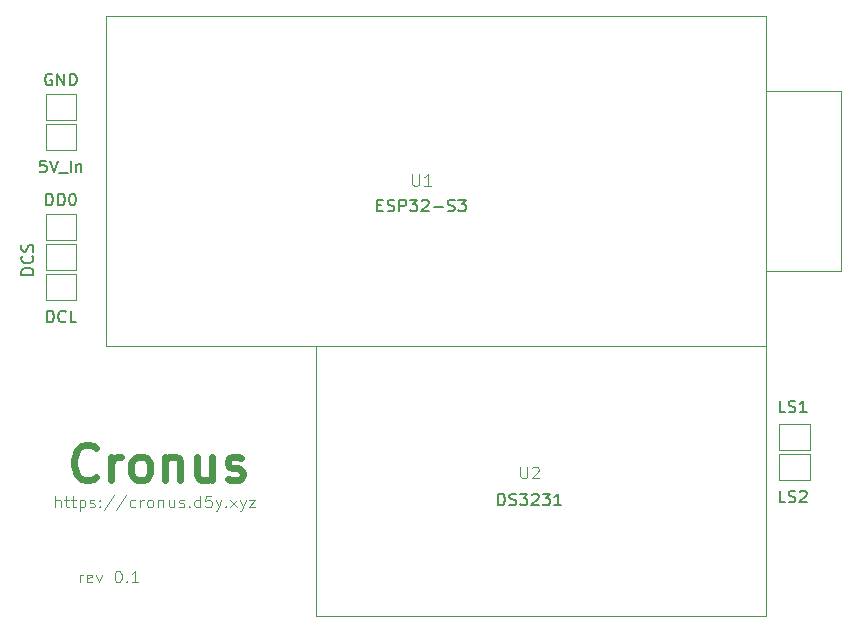
<source format=gbr>
%TF.GenerationSoftware,KiCad,Pcbnew,8.0.5*%
%TF.CreationDate,2024-11-03T12:28:22+02:00*%
%TF.ProjectId,Cronus,43726f6e-7573-42e6-9b69-6361645f7063,rev?*%
%TF.SameCoordinates,PX649cd60PY6c7aff0*%
%TF.FileFunction,Legend,Top*%
%TF.FilePolarity,Positive*%
%FSLAX46Y46*%
G04 Gerber Fmt 4.6, Leading zero omitted, Abs format (unit mm)*
G04 Created by KiCad (PCBNEW 8.0.5) date 2024-11-03 12:28:22*
%MOMM*%
%LPD*%
G01*
G04 APERTURE LIST*
%ADD10C,0.100000*%
%ADD11C,0.600000*%
%ADD12C,0.150000*%
%ADD13C,0.120000*%
G04 APERTURE END LIST*
D10*
X6691619Y2921581D02*
X6691619Y3588248D01*
X6691619Y3397772D02*
X6739238Y3493010D01*
X6739238Y3493010D02*
X6786857Y3540629D01*
X6786857Y3540629D02*
X6882095Y3588248D01*
X6882095Y3588248D02*
X6977333Y3588248D01*
X7691619Y2969200D02*
X7596381Y2921581D01*
X7596381Y2921581D02*
X7405905Y2921581D01*
X7405905Y2921581D02*
X7310667Y2969200D01*
X7310667Y2969200D02*
X7263048Y3064439D01*
X7263048Y3064439D02*
X7263048Y3445391D01*
X7263048Y3445391D02*
X7310667Y3540629D01*
X7310667Y3540629D02*
X7405905Y3588248D01*
X7405905Y3588248D02*
X7596381Y3588248D01*
X7596381Y3588248D02*
X7691619Y3540629D01*
X7691619Y3540629D02*
X7739238Y3445391D01*
X7739238Y3445391D02*
X7739238Y3350153D01*
X7739238Y3350153D02*
X7263048Y3254915D01*
X8072572Y3588248D02*
X8310667Y2921581D01*
X8310667Y2921581D02*
X8548762Y3588248D01*
X9882096Y3921581D02*
X9977334Y3921581D01*
X9977334Y3921581D02*
X10072572Y3873962D01*
X10072572Y3873962D02*
X10120191Y3826343D01*
X10120191Y3826343D02*
X10167810Y3731105D01*
X10167810Y3731105D02*
X10215429Y3540629D01*
X10215429Y3540629D02*
X10215429Y3302534D01*
X10215429Y3302534D02*
X10167810Y3112058D01*
X10167810Y3112058D02*
X10120191Y3016820D01*
X10120191Y3016820D02*
X10072572Y2969200D01*
X10072572Y2969200D02*
X9977334Y2921581D01*
X9977334Y2921581D02*
X9882096Y2921581D01*
X9882096Y2921581D02*
X9786858Y2969200D01*
X9786858Y2969200D02*
X9739239Y3016820D01*
X9739239Y3016820D02*
X9691620Y3112058D01*
X9691620Y3112058D02*
X9644001Y3302534D01*
X9644001Y3302534D02*
X9644001Y3540629D01*
X9644001Y3540629D02*
X9691620Y3731105D01*
X9691620Y3731105D02*
X9739239Y3826343D01*
X9739239Y3826343D02*
X9786858Y3873962D01*
X9786858Y3873962D02*
X9882096Y3921581D01*
X10644001Y3016820D02*
X10691620Y2969200D01*
X10691620Y2969200D02*
X10644001Y2921581D01*
X10644001Y2921581D02*
X10596382Y2969200D01*
X10596382Y2969200D02*
X10644001Y3016820D01*
X10644001Y3016820D02*
X10644001Y2921581D01*
X11644000Y2921581D02*
X11072572Y2921581D01*
X11358286Y2921581D02*
X11358286Y3921581D01*
X11358286Y3921581D02*
X11263048Y3778724D01*
X11263048Y3778724D02*
X11167810Y3683486D01*
X11167810Y3683486D02*
X11072572Y3635867D01*
D11*
X8049285Y11860058D02*
X7906428Y11717200D01*
X7906428Y11717200D02*
X7477856Y11574343D01*
X7477856Y11574343D02*
X7192142Y11574343D01*
X7192142Y11574343D02*
X6763571Y11717200D01*
X6763571Y11717200D02*
X6477856Y12002915D01*
X6477856Y12002915D02*
X6334999Y12288629D01*
X6334999Y12288629D02*
X6192142Y12860058D01*
X6192142Y12860058D02*
X6192142Y13288629D01*
X6192142Y13288629D02*
X6334999Y13860058D01*
X6334999Y13860058D02*
X6477856Y14145772D01*
X6477856Y14145772D02*
X6763571Y14431486D01*
X6763571Y14431486D02*
X7192142Y14574343D01*
X7192142Y14574343D02*
X7477856Y14574343D01*
X7477856Y14574343D02*
X7906428Y14431486D01*
X7906428Y14431486D02*
X8049285Y14288629D01*
X9334999Y11574343D02*
X9334999Y13574343D01*
X9334999Y13002915D02*
X9477856Y13288629D01*
X9477856Y13288629D02*
X9620714Y13431486D01*
X9620714Y13431486D02*
X9906428Y13574343D01*
X9906428Y13574343D02*
X10192142Y13574343D01*
X11620714Y11574343D02*
X11334999Y11717200D01*
X11334999Y11717200D02*
X11192142Y11860058D01*
X11192142Y11860058D02*
X11049285Y12145772D01*
X11049285Y12145772D02*
X11049285Y13002915D01*
X11049285Y13002915D02*
X11192142Y13288629D01*
X11192142Y13288629D02*
X11334999Y13431486D01*
X11334999Y13431486D02*
X11620714Y13574343D01*
X11620714Y13574343D02*
X12049285Y13574343D01*
X12049285Y13574343D02*
X12334999Y13431486D01*
X12334999Y13431486D02*
X12477857Y13288629D01*
X12477857Y13288629D02*
X12620714Y13002915D01*
X12620714Y13002915D02*
X12620714Y12145772D01*
X12620714Y12145772D02*
X12477857Y11860058D01*
X12477857Y11860058D02*
X12334999Y11717200D01*
X12334999Y11717200D02*
X12049285Y11574343D01*
X12049285Y11574343D02*
X11620714Y11574343D01*
X13906428Y13574343D02*
X13906428Y11574343D01*
X13906428Y13288629D02*
X14049285Y13431486D01*
X14049285Y13431486D02*
X14335000Y13574343D01*
X14335000Y13574343D02*
X14763571Y13574343D01*
X14763571Y13574343D02*
X15049285Y13431486D01*
X15049285Y13431486D02*
X15192143Y13145772D01*
X15192143Y13145772D02*
X15192143Y11574343D01*
X17906429Y13574343D02*
X17906429Y11574343D01*
X16620714Y13574343D02*
X16620714Y12002915D01*
X16620714Y12002915D02*
X16763571Y11717200D01*
X16763571Y11717200D02*
X17049286Y11574343D01*
X17049286Y11574343D02*
X17477857Y11574343D01*
X17477857Y11574343D02*
X17763571Y11717200D01*
X17763571Y11717200D02*
X17906429Y11860058D01*
X19192143Y11717200D02*
X19477857Y11574343D01*
X19477857Y11574343D02*
X20049286Y11574343D01*
X20049286Y11574343D02*
X20335000Y11717200D01*
X20335000Y11717200D02*
X20477857Y12002915D01*
X20477857Y12002915D02*
X20477857Y12145772D01*
X20477857Y12145772D02*
X20335000Y12431486D01*
X20335000Y12431486D02*
X20049286Y12574343D01*
X20049286Y12574343D02*
X19620715Y12574343D01*
X19620715Y12574343D02*
X19335000Y12717200D01*
X19335000Y12717200D02*
X19192143Y13002915D01*
X19192143Y13002915D02*
X19192143Y13145772D01*
X19192143Y13145772D02*
X19335000Y13431486D01*
X19335000Y13431486D02*
X19620715Y13574343D01*
X19620715Y13574343D02*
X20049286Y13574343D01*
X20049286Y13574343D02*
X20335000Y13431486D01*
D10*
X4621884Y9271581D02*
X4621884Y10271581D01*
X5050455Y9271581D02*
X5050455Y9795391D01*
X5050455Y9795391D02*
X5002836Y9890629D01*
X5002836Y9890629D02*
X4907598Y9938248D01*
X4907598Y9938248D02*
X4764741Y9938248D01*
X4764741Y9938248D02*
X4669503Y9890629D01*
X4669503Y9890629D02*
X4621884Y9843010D01*
X5383789Y9938248D02*
X5764741Y9938248D01*
X5526646Y10271581D02*
X5526646Y9414439D01*
X5526646Y9414439D02*
X5574265Y9319200D01*
X5574265Y9319200D02*
X5669503Y9271581D01*
X5669503Y9271581D02*
X5764741Y9271581D01*
X5955218Y9938248D02*
X6336170Y9938248D01*
X6098075Y10271581D02*
X6098075Y9414439D01*
X6098075Y9414439D02*
X6145694Y9319200D01*
X6145694Y9319200D02*
X6240932Y9271581D01*
X6240932Y9271581D02*
X6336170Y9271581D01*
X6669504Y9938248D02*
X6669504Y8938248D01*
X6669504Y9890629D02*
X6764742Y9938248D01*
X6764742Y9938248D02*
X6955218Y9938248D01*
X6955218Y9938248D02*
X7050456Y9890629D01*
X7050456Y9890629D02*
X7098075Y9843010D01*
X7098075Y9843010D02*
X7145694Y9747772D01*
X7145694Y9747772D02*
X7145694Y9462058D01*
X7145694Y9462058D02*
X7098075Y9366820D01*
X7098075Y9366820D02*
X7050456Y9319200D01*
X7050456Y9319200D02*
X6955218Y9271581D01*
X6955218Y9271581D02*
X6764742Y9271581D01*
X6764742Y9271581D02*
X6669504Y9319200D01*
X7526647Y9319200D02*
X7621885Y9271581D01*
X7621885Y9271581D02*
X7812361Y9271581D01*
X7812361Y9271581D02*
X7907599Y9319200D01*
X7907599Y9319200D02*
X7955218Y9414439D01*
X7955218Y9414439D02*
X7955218Y9462058D01*
X7955218Y9462058D02*
X7907599Y9557296D01*
X7907599Y9557296D02*
X7812361Y9604915D01*
X7812361Y9604915D02*
X7669504Y9604915D01*
X7669504Y9604915D02*
X7574266Y9652534D01*
X7574266Y9652534D02*
X7526647Y9747772D01*
X7526647Y9747772D02*
X7526647Y9795391D01*
X7526647Y9795391D02*
X7574266Y9890629D01*
X7574266Y9890629D02*
X7669504Y9938248D01*
X7669504Y9938248D02*
X7812361Y9938248D01*
X7812361Y9938248D02*
X7907599Y9890629D01*
X8383790Y9366820D02*
X8431409Y9319200D01*
X8431409Y9319200D02*
X8383790Y9271581D01*
X8383790Y9271581D02*
X8336171Y9319200D01*
X8336171Y9319200D02*
X8383790Y9366820D01*
X8383790Y9366820D02*
X8383790Y9271581D01*
X8383790Y9890629D02*
X8431409Y9843010D01*
X8431409Y9843010D02*
X8383790Y9795391D01*
X8383790Y9795391D02*
X8336171Y9843010D01*
X8336171Y9843010D02*
X8383790Y9890629D01*
X8383790Y9890629D02*
X8383790Y9795391D01*
X9574265Y10319200D02*
X8717123Y9033486D01*
X10621884Y10319200D02*
X9764742Y9033486D01*
X11383789Y9319200D02*
X11288551Y9271581D01*
X11288551Y9271581D02*
X11098075Y9271581D01*
X11098075Y9271581D02*
X11002837Y9319200D01*
X11002837Y9319200D02*
X10955218Y9366820D01*
X10955218Y9366820D02*
X10907599Y9462058D01*
X10907599Y9462058D02*
X10907599Y9747772D01*
X10907599Y9747772D02*
X10955218Y9843010D01*
X10955218Y9843010D02*
X11002837Y9890629D01*
X11002837Y9890629D02*
X11098075Y9938248D01*
X11098075Y9938248D02*
X11288551Y9938248D01*
X11288551Y9938248D02*
X11383789Y9890629D01*
X11812361Y9271581D02*
X11812361Y9938248D01*
X11812361Y9747772D02*
X11859980Y9843010D01*
X11859980Y9843010D02*
X11907599Y9890629D01*
X11907599Y9890629D02*
X12002837Y9938248D01*
X12002837Y9938248D02*
X12098075Y9938248D01*
X12574266Y9271581D02*
X12479028Y9319200D01*
X12479028Y9319200D02*
X12431409Y9366820D01*
X12431409Y9366820D02*
X12383790Y9462058D01*
X12383790Y9462058D02*
X12383790Y9747772D01*
X12383790Y9747772D02*
X12431409Y9843010D01*
X12431409Y9843010D02*
X12479028Y9890629D01*
X12479028Y9890629D02*
X12574266Y9938248D01*
X12574266Y9938248D02*
X12717123Y9938248D01*
X12717123Y9938248D02*
X12812361Y9890629D01*
X12812361Y9890629D02*
X12859980Y9843010D01*
X12859980Y9843010D02*
X12907599Y9747772D01*
X12907599Y9747772D02*
X12907599Y9462058D01*
X12907599Y9462058D02*
X12859980Y9366820D01*
X12859980Y9366820D02*
X12812361Y9319200D01*
X12812361Y9319200D02*
X12717123Y9271581D01*
X12717123Y9271581D02*
X12574266Y9271581D01*
X13336171Y9938248D02*
X13336171Y9271581D01*
X13336171Y9843010D02*
X13383790Y9890629D01*
X13383790Y9890629D02*
X13479028Y9938248D01*
X13479028Y9938248D02*
X13621885Y9938248D01*
X13621885Y9938248D02*
X13717123Y9890629D01*
X13717123Y9890629D02*
X13764742Y9795391D01*
X13764742Y9795391D02*
X13764742Y9271581D01*
X14669504Y9938248D02*
X14669504Y9271581D01*
X14240933Y9938248D02*
X14240933Y9414439D01*
X14240933Y9414439D02*
X14288552Y9319200D01*
X14288552Y9319200D02*
X14383790Y9271581D01*
X14383790Y9271581D02*
X14526647Y9271581D01*
X14526647Y9271581D02*
X14621885Y9319200D01*
X14621885Y9319200D02*
X14669504Y9366820D01*
X15098076Y9319200D02*
X15193314Y9271581D01*
X15193314Y9271581D02*
X15383790Y9271581D01*
X15383790Y9271581D02*
X15479028Y9319200D01*
X15479028Y9319200D02*
X15526647Y9414439D01*
X15526647Y9414439D02*
X15526647Y9462058D01*
X15526647Y9462058D02*
X15479028Y9557296D01*
X15479028Y9557296D02*
X15383790Y9604915D01*
X15383790Y9604915D02*
X15240933Y9604915D01*
X15240933Y9604915D02*
X15145695Y9652534D01*
X15145695Y9652534D02*
X15098076Y9747772D01*
X15098076Y9747772D02*
X15098076Y9795391D01*
X15098076Y9795391D02*
X15145695Y9890629D01*
X15145695Y9890629D02*
X15240933Y9938248D01*
X15240933Y9938248D02*
X15383790Y9938248D01*
X15383790Y9938248D02*
X15479028Y9890629D01*
X15955219Y9366820D02*
X16002838Y9319200D01*
X16002838Y9319200D02*
X15955219Y9271581D01*
X15955219Y9271581D02*
X15907600Y9319200D01*
X15907600Y9319200D02*
X15955219Y9366820D01*
X15955219Y9366820D02*
X15955219Y9271581D01*
X16859980Y9271581D02*
X16859980Y10271581D01*
X16859980Y9319200D02*
X16764742Y9271581D01*
X16764742Y9271581D02*
X16574266Y9271581D01*
X16574266Y9271581D02*
X16479028Y9319200D01*
X16479028Y9319200D02*
X16431409Y9366820D01*
X16431409Y9366820D02*
X16383790Y9462058D01*
X16383790Y9462058D02*
X16383790Y9747772D01*
X16383790Y9747772D02*
X16431409Y9843010D01*
X16431409Y9843010D02*
X16479028Y9890629D01*
X16479028Y9890629D02*
X16574266Y9938248D01*
X16574266Y9938248D02*
X16764742Y9938248D01*
X16764742Y9938248D02*
X16859980Y9890629D01*
X17812361Y10271581D02*
X17336171Y10271581D01*
X17336171Y10271581D02*
X17288552Y9795391D01*
X17288552Y9795391D02*
X17336171Y9843010D01*
X17336171Y9843010D02*
X17431409Y9890629D01*
X17431409Y9890629D02*
X17669504Y9890629D01*
X17669504Y9890629D02*
X17764742Y9843010D01*
X17764742Y9843010D02*
X17812361Y9795391D01*
X17812361Y9795391D02*
X17859980Y9700153D01*
X17859980Y9700153D02*
X17859980Y9462058D01*
X17859980Y9462058D02*
X17812361Y9366820D01*
X17812361Y9366820D02*
X17764742Y9319200D01*
X17764742Y9319200D02*
X17669504Y9271581D01*
X17669504Y9271581D02*
X17431409Y9271581D01*
X17431409Y9271581D02*
X17336171Y9319200D01*
X17336171Y9319200D02*
X17288552Y9366820D01*
X18193314Y9938248D02*
X18431409Y9271581D01*
X18669504Y9938248D02*
X18431409Y9271581D01*
X18431409Y9271581D02*
X18336171Y9033486D01*
X18336171Y9033486D02*
X18288552Y8985867D01*
X18288552Y8985867D02*
X18193314Y8938248D01*
X19050457Y9366820D02*
X19098076Y9319200D01*
X19098076Y9319200D02*
X19050457Y9271581D01*
X19050457Y9271581D02*
X19002838Y9319200D01*
X19002838Y9319200D02*
X19050457Y9366820D01*
X19050457Y9366820D02*
X19050457Y9271581D01*
X19431409Y9271581D02*
X19955218Y9938248D01*
X19431409Y9938248D02*
X19955218Y9271581D01*
X20240933Y9938248D02*
X20479028Y9271581D01*
X20717123Y9938248D02*
X20479028Y9271581D01*
X20479028Y9271581D02*
X20383790Y9033486D01*
X20383790Y9033486D02*
X20336171Y8985867D01*
X20336171Y8985867D02*
X20240933Y8938248D01*
X21002838Y9938248D02*
X21526647Y9938248D01*
X21526647Y9938248D02*
X21002838Y9271581D01*
X21002838Y9271581D02*
X21526647Y9271581D01*
D12*
X3913333Y24945181D02*
X3913333Y25945181D01*
X3913333Y25945181D02*
X4151428Y25945181D01*
X4151428Y25945181D02*
X4294285Y25897562D01*
X4294285Y25897562D02*
X4389523Y25802324D01*
X4389523Y25802324D02*
X4437142Y25707086D01*
X4437142Y25707086D02*
X4484761Y25516610D01*
X4484761Y25516610D02*
X4484761Y25373753D01*
X4484761Y25373753D02*
X4437142Y25183277D01*
X4437142Y25183277D02*
X4389523Y25088039D01*
X4389523Y25088039D02*
X4294285Y24992800D01*
X4294285Y24992800D02*
X4151428Y24945181D01*
X4151428Y24945181D02*
X3913333Y24945181D01*
X5484761Y25040420D02*
X5437142Y24992800D01*
X5437142Y24992800D02*
X5294285Y24945181D01*
X5294285Y24945181D02*
X5199047Y24945181D01*
X5199047Y24945181D02*
X5056190Y24992800D01*
X5056190Y24992800D02*
X4960952Y25088039D01*
X4960952Y25088039D02*
X4913333Y25183277D01*
X4913333Y25183277D02*
X4865714Y25373753D01*
X4865714Y25373753D02*
X4865714Y25516610D01*
X4865714Y25516610D02*
X4913333Y25707086D01*
X4913333Y25707086D02*
X4960952Y25802324D01*
X4960952Y25802324D02*
X5056190Y25897562D01*
X5056190Y25897562D02*
X5199047Y25945181D01*
X5199047Y25945181D02*
X5294285Y25945181D01*
X5294285Y25945181D02*
X5437142Y25897562D01*
X5437142Y25897562D02*
X5484761Y25849943D01*
X6389523Y24945181D02*
X5913333Y24945181D01*
X5913333Y24945181D02*
X5913333Y25945181D01*
D10*
X34838095Y37492581D02*
X34838095Y36683058D01*
X34838095Y36683058D02*
X34885714Y36587820D01*
X34885714Y36587820D02*
X34933333Y36540200D01*
X34933333Y36540200D02*
X35028571Y36492581D01*
X35028571Y36492581D02*
X35219047Y36492581D01*
X35219047Y36492581D02*
X35314285Y36540200D01*
X35314285Y36540200D02*
X35361904Y36587820D01*
X35361904Y36587820D02*
X35409523Y36683058D01*
X35409523Y36683058D02*
X35409523Y37492581D01*
X36409523Y36492581D02*
X35838095Y36492581D01*
X36123809Y36492581D02*
X36123809Y37492581D01*
X36123809Y37492581D02*
X36028571Y37349724D01*
X36028571Y37349724D02*
X35933333Y37254486D01*
X35933333Y37254486D02*
X35838095Y37206867D01*
D12*
X31885714Y34866991D02*
X32219047Y34866991D01*
X32361904Y34343181D02*
X31885714Y34343181D01*
X31885714Y34343181D02*
X31885714Y35343181D01*
X31885714Y35343181D02*
X32361904Y35343181D01*
X32742857Y34390800D02*
X32885714Y34343181D01*
X32885714Y34343181D02*
X33123809Y34343181D01*
X33123809Y34343181D02*
X33219047Y34390800D01*
X33219047Y34390800D02*
X33266666Y34438420D01*
X33266666Y34438420D02*
X33314285Y34533658D01*
X33314285Y34533658D02*
X33314285Y34628896D01*
X33314285Y34628896D02*
X33266666Y34724134D01*
X33266666Y34724134D02*
X33219047Y34771753D01*
X33219047Y34771753D02*
X33123809Y34819372D01*
X33123809Y34819372D02*
X32933333Y34866991D01*
X32933333Y34866991D02*
X32838095Y34914610D01*
X32838095Y34914610D02*
X32790476Y34962229D01*
X32790476Y34962229D02*
X32742857Y35057467D01*
X32742857Y35057467D02*
X32742857Y35152705D01*
X32742857Y35152705D02*
X32790476Y35247943D01*
X32790476Y35247943D02*
X32838095Y35295562D01*
X32838095Y35295562D02*
X32933333Y35343181D01*
X32933333Y35343181D02*
X33171428Y35343181D01*
X33171428Y35343181D02*
X33314285Y35295562D01*
X33742857Y34343181D02*
X33742857Y35343181D01*
X33742857Y35343181D02*
X34123809Y35343181D01*
X34123809Y35343181D02*
X34219047Y35295562D01*
X34219047Y35295562D02*
X34266666Y35247943D01*
X34266666Y35247943D02*
X34314285Y35152705D01*
X34314285Y35152705D02*
X34314285Y35009848D01*
X34314285Y35009848D02*
X34266666Y34914610D01*
X34266666Y34914610D02*
X34219047Y34866991D01*
X34219047Y34866991D02*
X34123809Y34819372D01*
X34123809Y34819372D02*
X33742857Y34819372D01*
X34647619Y35343181D02*
X35266666Y35343181D01*
X35266666Y35343181D02*
X34933333Y34962229D01*
X34933333Y34962229D02*
X35076190Y34962229D01*
X35076190Y34962229D02*
X35171428Y34914610D01*
X35171428Y34914610D02*
X35219047Y34866991D01*
X35219047Y34866991D02*
X35266666Y34771753D01*
X35266666Y34771753D02*
X35266666Y34533658D01*
X35266666Y34533658D02*
X35219047Y34438420D01*
X35219047Y34438420D02*
X35171428Y34390800D01*
X35171428Y34390800D02*
X35076190Y34343181D01*
X35076190Y34343181D02*
X34790476Y34343181D01*
X34790476Y34343181D02*
X34695238Y34390800D01*
X34695238Y34390800D02*
X34647619Y34438420D01*
X35647619Y35247943D02*
X35695238Y35295562D01*
X35695238Y35295562D02*
X35790476Y35343181D01*
X35790476Y35343181D02*
X36028571Y35343181D01*
X36028571Y35343181D02*
X36123809Y35295562D01*
X36123809Y35295562D02*
X36171428Y35247943D01*
X36171428Y35247943D02*
X36219047Y35152705D01*
X36219047Y35152705D02*
X36219047Y35057467D01*
X36219047Y35057467D02*
X36171428Y34914610D01*
X36171428Y34914610D02*
X35600000Y34343181D01*
X35600000Y34343181D02*
X36219047Y34343181D01*
X36647619Y34724134D02*
X37409524Y34724134D01*
X37838095Y34390800D02*
X37980952Y34343181D01*
X37980952Y34343181D02*
X38219047Y34343181D01*
X38219047Y34343181D02*
X38314285Y34390800D01*
X38314285Y34390800D02*
X38361904Y34438420D01*
X38361904Y34438420D02*
X38409523Y34533658D01*
X38409523Y34533658D02*
X38409523Y34628896D01*
X38409523Y34628896D02*
X38361904Y34724134D01*
X38361904Y34724134D02*
X38314285Y34771753D01*
X38314285Y34771753D02*
X38219047Y34819372D01*
X38219047Y34819372D02*
X38028571Y34866991D01*
X38028571Y34866991D02*
X37933333Y34914610D01*
X37933333Y34914610D02*
X37885714Y34962229D01*
X37885714Y34962229D02*
X37838095Y35057467D01*
X37838095Y35057467D02*
X37838095Y35152705D01*
X37838095Y35152705D02*
X37885714Y35247943D01*
X37885714Y35247943D02*
X37933333Y35295562D01*
X37933333Y35295562D02*
X38028571Y35343181D01*
X38028571Y35343181D02*
X38266666Y35343181D01*
X38266666Y35343181D02*
X38409523Y35295562D01*
X38742857Y35343181D02*
X39361904Y35343181D01*
X39361904Y35343181D02*
X39028571Y34962229D01*
X39028571Y34962229D02*
X39171428Y34962229D01*
X39171428Y34962229D02*
X39266666Y34914610D01*
X39266666Y34914610D02*
X39314285Y34866991D01*
X39314285Y34866991D02*
X39361904Y34771753D01*
X39361904Y34771753D02*
X39361904Y34533658D01*
X39361904Y34533658D02*
X39314285Y34438420D01*
X39314285Y34438420D02*
X39266666Y34390800D01*
X39266666Y34390800D02*
X39171428Y34343181D01*
X39171428Y34343181D02*
X38885714Y34343181D01*
X38885714Y34343181D02*
X38790476Y34390800D01*
X38790476Y34390800D02*
X38742857Y34438420D01*
X66413142Y9705181D02*
X65936952Y9705181D01*
X65936952Y9705181D02*
X65936952Y10705181D01*
X66698857Y9752800D02*
X66841714Y9705181D01*
X66841714Y9705181D02*
X67079809Y9705181D01*
X67079809Y9705181D02*
X67175047Y9752800D01*
X67175047Y9752800D02*
X67222666Y9800420D01*
X67222666Y9800420D02*
X67270285Y9895658D01*
X67270285Y9895658D02*
X67270285Y9990896D01*
X67270285Y9990896D02*
X67222666Y10086134D01*
X67222666Y10086134D02*
X67175047Y10133753D01*
X67175047Y10133753D02*
X67079809Y10181372D01*
X67079809Y10181372D02*
X66889333Y10228991D01*
X66889333Y10228991D02*
X66794095Y10276610D01*
X66794095Y10276610D02*
X66746476Y10324229D01*
X66746476Y10324229D02*
X66698857Y10419467D01*
X66698857Y10419467D02*
X66698857Y10514705D01*
X66698857Y10514705D02*
X66746476Y10609943D01*
X66746476Y10609943D02*
X66794095Y10657562D01*
X66794095Y10657562D02*
X66889333Y10705181D01*
X66889333Y10705181D02*
X67127428Y10705181D01*
X67127428Y10705181D02*
X67270285Y10657562D01*
X67651238Y10609943D02*
X67698857Y10657562D01*
X67698857Y10657562D02*
X67794095Y10705181D01*
X67794095Y10705181D02*
X68032190Y10705181D01*
X68032190Y10705181D02*
X68127428Y10657562D01*
X68127428Y10657562D02*
X68175047Y10609943D01*
X68175047Y10609943D02*
X68222666Y10514705D01*
X68222666Y10514705D02*
X68222666Y10419467D01*
X68222666Y10419467D02*
X68175047Y10276610D01*
X68175047Y10276610D02*
X67603619Y9705181D01*
X67603619Y9705181D02*
X68222666Y9705181D01*
D10*
X43992095Y12726581D02*
X43992095Y11917058D01*
X43992095Y11917058D02*
X44039714Y11821820D01*
X44039714Y11821820D02*
X44087333Y11774200D01*
X44087333Y11774200D02*
X44182571Y11726581D01*
X44182571Y11726581D02*
X44373047Y11726581D01*
X44373047Y11726581D02*
X44468285Y11774200D01*
X44468285Y11774200D02*
X44515904Y11821820D01*
X44515904Y11821820D02*
X44563523Y11917058D01*
X44563523Y11917058D02*
X44563523Y12726581D01*
X44992095Y12631343D02*
X45039714Y12678962D01*
X45039714Y12678962D02*
X45134952Y12726581D01*
X45134952Y12726581D02*
X45373047Y12726581D01*
X45373047Y12726581D02*
X45468285Y12678962D01*
X45468285Y12678962D02*
X45515904Y12631343D01*
X45515904Y12631343D02*
X45563523Y12536105D01*
X45563523Y12536105D02*
X45563523Y12440867D01*
X45563523Y12440867D02*
X45515904Y12298010D01*
X45515904Y12298010D02*
X44944476Y11726581D01*
X44944476Y11726581D02*
X45563523Y11726581D01*
D12*
X42111143Y9451181D02*
X42111143Y10451181D01*
X42111143Y10451181D02*
X42349238Y10451181D01*
X42349238Y10451181D02*
X42492095Y10403562D01*
X42492095Y10403562D02*
X42587333Y10308324D01*
X42587333Y10308324D02*
X42634952Y10213086D01*
X42634952Y10213086D02*
X42682571Y10022610D01*
X42682571Y10022610D02*
X42682571Y9879753D01*
X42682571Y9879753D02*
X42634952Y9689277D01*
X42634952Y9689277D02*
X42587333Y9594039D01*
X42587333Y9594039D02*
X42492095Y9498800D01*
X42492095Y9498800D02*
X42349238Y9451181D01*
X42349238Y9451181D02*
X42111143Y9451181D01*
X43063524Y9498800D02*
X43206381Y9451181D01*
X43206381Y9451181D02*
X43444476Y9451181D01*
X43444476Y9451181D02*
X43539714Y9498800D01*
X43539714Y9498800D02*
X43587333Y9546420D01*
X43587333Y9546420D02*
X43634952Y9641658D01*
X43634952Y9641658D02*
X43634952Y9736896D01*
X43634952Y9736896D02*
X43587333Y9832134D01*
X43587333Y9832134D02*
X43539714Y9879753D01*
X43539714Y9879753D02*
X43444476Y9927372D01*
X43444476Y9927372D02*
X43254000Y9974991D01*
X43254000Y9974991D02*
X43158762Y10022610D01*
X43158762Y10022610D02*
X43111143Y10070229D01*
X43111143Y10070229D02*
X43063524Y10165467D01*
X43063524Y10165467D02*
X43063524Y10260705D01*
X43063524Y10260705D02*
X43111143Y10355943D01*
X43111143Y10355943D02*
X43158762Y10403562D01*
X43158762Y10403562D02*
X43254000Y10451181D01*
X43254000Y10451181D02*
X43492095Y10451181D01*
X43492095Y10451181D02*
X43634952Y10403562D01*
X43968286Y10451181D02*
X44587333Y10451181D01*
X44587333Y10451181D02*
X44254000Y10070229D01*
X44254000Y10070229D02*
X44396857Y10070229D01*
X44396857Y10070229D02*
X44492095Y10022610D01*
X44492095Y10022610D02*
X44539714Y9974991D01*
X44539714Y9974991D02*
X44587333Y9879753D01*
X44587333Y9879753D02*
X44587333Y9641658D01*
X44587333Y9641658D02*
X44539714Y9546420D01*
X44539714Y9546420D02*
X44492095Y9498800D01*
X44492095Y9498800D02*
X44396857Y9451181D01*
X44396857Y9451181D02*
X44111143Y9451181D01*
X44111143Y9451181D02*
X44015905Y9498800D01*
X44015905Y9498800D02*
X43968286Y9546420D01*
X44968286Y10355943D02*
X45015905Y10403562D01*
X45015905Y10403562D02*
X45111143Y10451181D01*
X45111143Y10451181D02*
X45349238Y10451181D01*
X45349238Y10451181D02*
X45444476Y10403562D01*
X45444476Y10403562D02*
X45492095Y10355943D01*
X45492095Y10355943D02*
X45539714Y10260705D01*
X45539714Y10260705D02*
X45539714Y10165467D01*
X45539714Y10165467D02*
X45492095Y10022610D01*
X45492095Y10022610D02*
X44920667Y9451181D01*
X44920667Y9451181D02*
X45539714Y9451181D01*
X45873048Y10451181D02*
X46492095Y10451181D01*
X46492095Y10451181D02*
X46158762Y10070229D01*
X46158762Y10070229D02*
X46301619Y10070229D01*
X46301619Y10070229D02*
X46396857Y10022610D01*
X46396857Y10022610D02*
X46444476Y9974991D01*
X46444476Y9974991D02*
X46492095Y9879753D01*
X46492095Y9879753D02*
X46492095Y9641658D01*
X46492095Y9641658D02*
X46444476Y9546420D01*
X46444476Y9546420D02*
X46396857Y9498800D01*
X46396857Y9498800D02*
X46301619Y9451181D01*
X46301619Y9451181D02*
X46015905Y9451181D01*
X46015905Y9451181D02*
X45920667Y9498800D01*
X45920667Y9498800D02*
X45873048Y9546420D01*
X47444476Y9451181D02*
X46873048Y9451181D01*
X47158762Y9451181D02*
X47158762Y10451181D01*
X47158762Y10451181D02*
X47063524Y10308324D01*
X47063524Y10308324D02*
X46968286Y10213086D01*
X46968286Y10213086D02*
X46873048Y10165467D01*
X66413142Y17325181D02*
X65936952Y17325181D01*
X65936952Y17325181D02*
X65936952Y18325181D01*
X66698857Y17372800D02*
X66841714Y17325181D01*
X66841714Y17325181D02*
X67079809Y17325181D01*
X67079809Y17325181D02*
X67175047Y17372800D01*
X67175047Y17372800D02*
X67222666Y17420420D01*
X67222666Y17420420D02*
X67270285Y17515658D01*
X67270285Y17515658D02*
X67270285Y17610896D01*
X67270285Y17610896D02*
X67222666Y17706134D01*
X67222666Y17706134D02*
X67175047Y17753753D01*
X67175047Y17753753D02*
X67079809Y17801372D01*
X67079809Y17801372D02*
X66889333Y17848991D01*
X66889333Y17848991D02*
X66794095Y17896610D01*
X66794095Y17896610D02*
X66746476Y17944229D01*
X66746476Y17944229D02*
X66698857Y18039467D01*
X66698857Y18039467D02*
X66698857Y18134705D01*
X66698857Y18134705D02*
X66746476Y18229943D01*
X66746476Y18229943D02*
X66794095Y18277562D01*
X66794095Y18277562D02*
X66889333Y18325181D01*
X66889333Y18325181D02*
X67127428Y18325181D01*
X67127428Y18325181D02*
X67270285Y18277562D01*
X68222666Y17325181D02*
X67651238Y17325181D01*
X67936952Y17325181D02*
X67936952Y18325181D01*
X67936952Y18325181D02*
X67841714Y18182324D01*
X67841714Y18182324D02*
X67746476Y18087086D01*
X67746476Y18087086D02*
X67651238Y18039467D01*
X4318095Y45963562D02*
X4222857Y46011181D01*
X4222857Y46011181D02*
X4080000Y46011181D01*
X4080000Y46011181D02*
X3937143Y45963562D01*
X3937143Y45963562D02*
X3841905Y45868324D01*
X3841905Y45868324D02*
X3794286Y45773086D01*
X3794286Y45773086D02*
X3746667Y45582610D01*
X3746667Y45582610D02*
X3746667Y45439753D01*
X3746667Y45439753D02*
X3794286Y45249277D01*
X3794286Y45249277D02*
X3841905Y45154039D01*
X3841905Y45154039D02*
X3937143Y45058800D01*
X3937143Y45058800D02*
X4080000Y45011181D01*
X4080000Y45011181D02*
X4175238Y45011181D01*
X4175238Y45011181D02*
X4318095Y45058800D01*
X4318095Y45058800D02*
X4365714Y45106420D01*
X4365714Y45106420D02*
X4365714Y45439753D01*
X4365714Y45439753D02*
X4175238Y45439753D01*
X4794286Y45011181D02*
X4794286Y46011181D01*
X4794286Y46011181D02*
X5365714Y45011181D01*
X5365714Y45011181D02*
X5365714Y46011181D01*
X5841905Y45011181D02*
X5841905Y46011181D01*
X5841905Y46011181D02*
X6080000Y46011181D01*
X6080000Y46011181D02*
X6222857Y45963562D01*
X6222857Y45963562D02*
X6318095Y45868324D01*
X6318095Y45868324D02*
X6365714Y45773086D01*
X6365714Y45773086D02*
X6413333Y45582610D01*
X6413333Y45582610D02*
X6413333Y45439753D01*
X6413333Y45439753D02*
X6365714Y45249277D01*
X6365714Y45249277D02*
X6318095Y45154039D01*
X6318095Y45154039D02*
X6222857Y45058800D01*
X6222857Y45058800D02*
X6080000Y45011181D01*
X6080000Y45011181D02*
X5841905Y45011181D01*
X3818095Y38645181D02*
X3341905Y38645181D01*
X3341905Y38645181D02*
X3294286Y38168991D01*
X3294286Y38168991D02*
X3341905Y38216610D01*
X3341905Y38216610D02*
X3437143Y38264229D01*
X3437143Y38264229D02*
X3675238Y38264229D01*
X3675238Y38264229D02*
X3770476Y38216610D01*
X3770476Y38216610D02*
X3818095Y38168991D01*
X3818095Y38168991D02*
X3865714Y38073753D01*
X3865714Y38073753D02*
X3865714Y37835658D01*
X3865714Y37835658D02*
X3818095Y37740420D01*
X3818095Y37740420D02*
X3770476Y37692800D01*
X3770476Y37692800D02*
X3675238Y37645181D01*
X3675238Y37645181D02*
X3437143Y37645181D01*
X3437143Y37645181D02*
X3341905Y37692800D01*
X3341905Y37692800D02*
X3294286Y37740420D01*
X4151429Y38645181D02*
X4484762Y37645181D01*
X4484762Y37645181D02*
X4818095Y38645181D01*
X4913334Y37549943D02*
X5675238Y37549943D01*
X5913334Y37645181D02*
X5913334Y38645181D01*
X6389524Y38311848D02*
X6389524Y37645181D01*
X6389524Y38216610D02*
X6437143Y38264229D01*
X6437143Y38264229D02*
X6532381Y38311848D01*
X6532381Y38311848D02*
X6675238Y38311848D01*
X6675238Y38311848D02*
X6770476Y38264229D01*
X6770476Y38264229D02*
X6818095Y38168991D01*
X6818095Y38168991D02*
X6818095Y37645181D01*
X2740819Y28987906D02*
X1740819Y28987906D01*
X1740819Y28987906D02*
X1740819Y29226001D01*
X1740819Y29226001D02*
X1788438Y29368858D01*
X1788438Y29368858D02*
X1883676Y29464096D01*
X1883676Y29464096D02*
X1978914Y29511715D01*
X1978914Y29511715D02*
X2169390Y29559334D01*
X2169390Y29559334D02*
X2312247Y29559334D01*
X2312247Y29559334D02*
X2502723Y29511715D01*
X2502723Y29511715D02*
X2597961Y29464096D01*
X2597961Y29464096D02*
X2693200Y29368858D01*
X2693200Y29368858D02*
X2740819Y29226001D01*
X2740819Y29226001D02*
X2740819Y28987906D01*
X2645580Y30559334D02*
X2693200Y30511715D01*
X2693200Y30511715D02*
X2740819Y30368858D01*
X2740819Y30368858D02*
X2740819Y30273620D01*
X2740819Y30273620D02*
X2693200Y30130763D01*
X2693200Y30130763D02*
X2597961Y30035525D01*
X2597961Y30035525D02*
X2502723Y29987906D01*
X2502723Y29987906D02*
X2312247Y29940287D01*
X2312247Y29940287D02*
X2169390Y29940287D01*
X2169390Y29940287D02*
X1978914Y29987906D01*
X1978914Y29987906D02*
X1883676Y30035525D01*
X1883676Y30035525D02*
X1788438Y30130763D01*
X1788438Y30130763D02*
X1740819Y30273620D01*
X1740819Y30273620D02*
X1740819Y30368858D01*
X1740819Y30368858D02*
X1788438Y30511715D01*
X1788438Y30511715D02*
X1836057Y30559334D01*
X2693200Y30940287D02*
X2740819Y31083144D01*
X2740819Y31083144D02*
X2740819Y31321239D01*
X2740819Y31321239D02*
X2693200Y31416477D01*
X2693200Y31416477D02*
X2645580Y31464096D01*
X2645580Y31464096D02*
X2550342Y31511715D01*
X2550342Y31511715D02*
X2455104Y31511715D01*
X2455104Y31511715D02*
X2359866Y31464096D01*
X2359866Y31464096D02*
X2312247Y31416477D01*
X2312247Y31416477D02*
X2264628Y31321239D01*
X2264628Y31321239D02*
X2217009Y31130763D01*
X2217009Y31130763D02*
X2169390Y31035525D01*
X2169390Y31035525D02*
X2121771Y30987906D01*
X2121771Y30987906D02*
X2026533Y30940287D01*
X2026533Y30940287D02*
X1931295Y30940287D01*
X1931295Y30940287D02*
X1836057Y30987906D01*
X1836057Y30987906D02*
X1788438Y31035525D01*
X1788438Y31035525D02*
X1740819Y31130763D01*
X1740819Y31130763D02*
X1740819Y31368858D01*
X1740819Y31368858D02*
X1788438Y31511715D01*
X3841905Y34851181D02*
X3841905Y35851181D01*
X3841905Y35851181D02*
X4080000Y35851181D01*
X4080000Y35851181D02*
X4222857Y35803562D01*
X4222857Y35803562D02*
X4318095Y35708324D01*
X4318095Y35708324D02*
X4365714Y35613086D01*
X4365714Y35613086D02*
X4413333Y35422610D01*
X4413333Y35422610D02*
X4413333Y35279753D01*
X4413333Y35279753D02*
X4365714Y35089277D01*
X4365714Y35089277D02*
X4318095Y34994039D01*
X4318095Y34994039D02*
X4222857Y34898800D01*
X4222857Y34898800D02*
X4080000Y34851181D01*
X4080000Y34851181D02*
X3841905Y34851181D01*
X4841905Y34851181D02*
X4841905Y35851181D01*
X4841905Y35851181D02*
X5080000Y35851181D01*
X5080000Y35851181D02*
X5222857Y35803562D01*
X5222857Y35803562D02*
X5318095Y35708324D01*
X5318095Y35708324D02*
X5365714Y35613086D01*
X5365714Y35613086D02*
X5413333Y35422610D01*
X5413333Y35422610D02*
X5413333Y35279753D01*
X5413333Y35279753D02*
X5365714Y35089277D01*
X5365714Y35089277D02*
X5318095Y34994039D01*
X5318095Y34994039D02*
X5222857Y34898800D01*
X5222857Y34898800D02*
X5080000Y34851181D01*
X5080000Y34851181D02*
X4841905Y34851181D01*
X6032381Y35851181D02*
X6127619Y35851181D01*
X6127619Y35851181D02*
X6222857Y35803562D01*
X6222857Y35803562D02*
X6270476Y35755943D01*
X6270476Y35755943D02*
X6318095Y35660705D01*
X6318095Y35660705D02*
X6365714Y35470229D01*
X6365714Y35470229D02*
X6365714Y35232134D01*
X6365714Y35232134D02*
X6318095Y35041658D01*
X6318095Y35041658D02*
X6270476Y34946420D01*
X6270476Y34946420D02*
X6222857Y34898800D01*
X6222857Y34898800D02*
X6127619Y34851181D01*
X6127619Y34851181D02*
X6032381Y34851181D01*
X6032381Y34851181D02*
X5937143Y34898800D01*
X5937143Y34898800D02*
X5889524Y34946420D01*
X5889524Y34946420D02*
X5841905Y35041658D01*
X5841905Y35041658D02*
X5794286Y35232134D01*
X5794286Y35232134D02*
X5794286Y35470229D01*
X5794286Y35470229D02*
X5841905Y35660705D01*
X5841905Y35660705D02*
X5889524Y35755943D01*
X5889524Y35755943D02*
X5937143Y35803562D01*
X5937143Y35803562D02*
X6032381Y35851181D01*
D13*
%TO.C,J3*%
X3780000Y29040000D02*
X3780000Y27340000D01*
X3780000Y27340000D02*
X3780000Y26840000D01*
X3780000Y26840000D02*
X6380000Y26840000D01*
X6380000Y29040000D02*
X3780000Y29040000D01*
X6380000Y26840000D02*
X6380000Y29040000D01*
D10*
%TO.C,U1*%
X8930000Y50920000D02*
X64810000Y50920000D01*
X8930000Y22980000D02*
X8930000Y50920000D01*
X64810000Y50920000D02*
X64810000Y22980000D01*
X64810000Y44570000D02*
X71160000Y44570000D01*
X64810000Y22980000D02*
X8930000Y22980000D01*
X71160000Y44570000D02*
X71160000Y29330000D01*
X71160000Y29330000D02*
X64810000Y29330000D01*
D13*
%TO.C,J7*%
X65867000Y13800000D02*
X65867000Y12100000D01*
X65867000Y12100000D02*
X65867000Y11600000D01*
X65867000Y11600000D02*
X68467000Y11600000D01*
X68467000Y13800000D02*
X65867000Y13800000D01*
X68467000Y11600000D02*
X68467000Y13800000D01*
D10*
%TO.C,U2*%
X26670000Y50000D02*
X26670000Y22910000D01*
X26670000Y50000D02*
X64770000Y50000D01*
X64770000Y22910000D02*
X26670000Y22910000D01*
X64770000Y50000D02*
X64770000Y22910000D01*
D13*
%TO.C,J6*%
X65883000Y16340000D02*
X65883000Y14640000D01*
X65883000Y14640000D02*
X65883000Y14140000D01*
X65883000Y14140000D02*
X68483000Y14140000D01*
X68483000Y16340000D02*
X65883000Y16340000D01*
X68483000Y14140000D02*
X68483000Y16340000D01*
%TO.C,J1*%
X3780000Y44280000D02*
X3780000Y42580000D01*
X3780000Y42580000D02*
X3780000Y42080000D01*
X3780000Y42080000D02*
X6380000Y42080000D01*
X6380000Y44280000D02*
X3780000Y44280000D01*
X6380000Y42080000D02*
X6380000Y44280000D01*
%TO.C,J2*%
X3780000Y41740000D02*
X3780000Y40040000D01*
X3780000Y40040000D02*
X3780000Y39540000D01*
X3780000Y39540000D02*
X6380000Y39540000D01*
X6380000Y41740000D02*
X3780000Y41740000D01*
X6380000Y39540000D02*
X6380000Y41740000D01*
%TO.C,J4*%
X3780000Y31580000D02*
X3780000Y29880000D01*
X3780000Y29880000D02*
X3780000Y29380000D01*
X3780000Y29380000D02*
X6380000Y29380000D01*
X6380000Y31580000D02*
X3780000Y31580000D01*
X6380000Y29380000D02*
X6380000Y31580000D01*
%TO.C,J5*%
X3780000Y34120000D02*
X3780000Y32420000D01*
X3780000Y32420000D02*
X3780000Y31920000D01*
X3780000Y31920000D02*
X6380000Y31920000D01*
X6380000Y34120000D02*
X3780000Y34120000D01*
X6380000Y31920000D02*
X6380000Y34120000D01*
%TD*%
M02*

</source>
